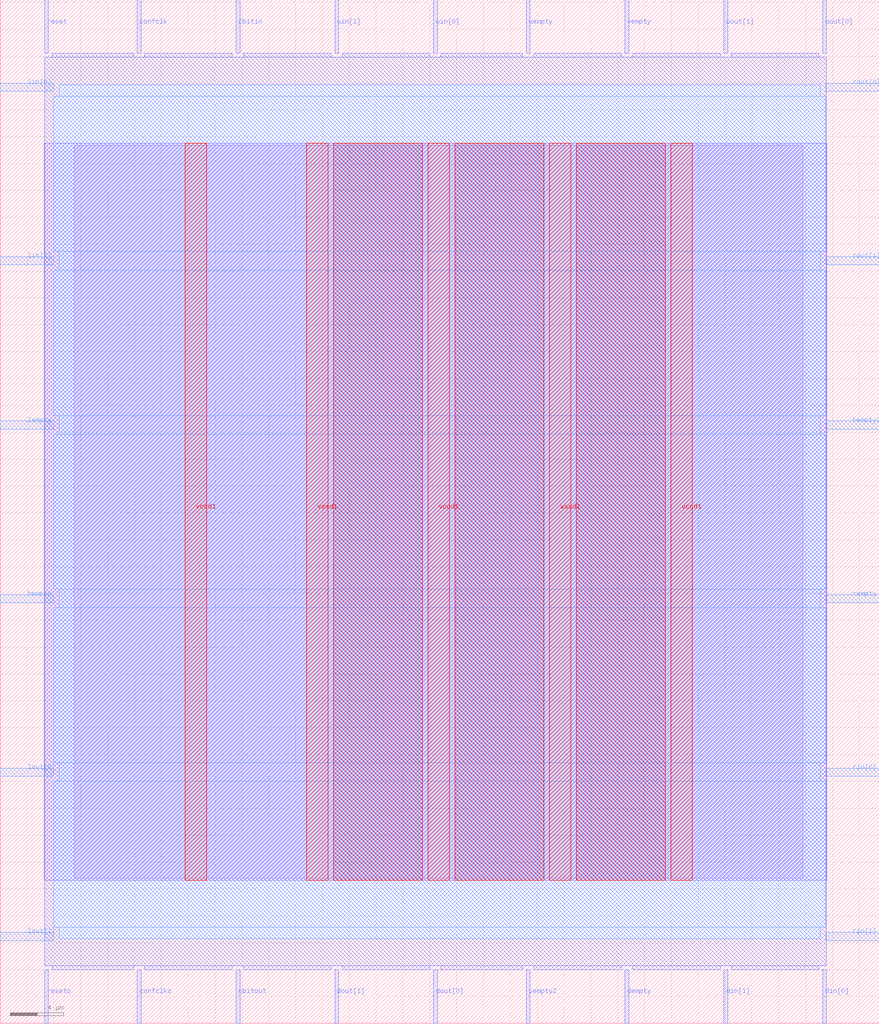
<source format=lef>
VERSION 5.7 ;
  NOWIREEXTENSIONATPIN ON ;
  DIVIDERCHAR "/" ;
  BUSBITCHARS "[]" ;
MACRO ycell
  CLASS BLOCK ;
  FOREIGN ycell ;
  ORIGIN 0.000 0.000 ;
  SIZE 65.480 BY 76.200 ;
  PIN cbitin
    DIRECTION INPUT ;
    USE SIGNAL ;
    PORT
      LAYER met2 ;
        RECT 17.570 72.200 17.850 76.200 ;
    END
  END cbitin
  PIN cbitout
    DIRECTION OUTPUT TRISTATE ;
    USE SIGNAL ;
    PORT
      LAYER met2 ;
        RECT 17.570 0.000 17.850 4.000 ;
    END
  END cbitout
  PIN confclk
    DIRECTION INPUT ;
    USE SIGNAL ;
    PORT
      LAYER met2 ;
        RECT 10.210 72.200 10.490 76.200 ;
    END
  END confclk
  PIN confclko
    DIRECTION OUTPUT TRISTATE ;
    USE SIGNAL ;
    PORT
      LAYER met2 ;
        RECT 10.210 0.000 10.490 4.000 ;
    END
  END confclko
  PIN dempty
    DIRECTION INPUT ;
    USE SIGNAL ;
    PORT
      LAYER met2 ;
        RECT 46.550 0.000 46.830 4.000 ;
    END
  END dempty
  PIN din[0]
    DIRECTION INPUT ;
    USE SIGNAL ;
    PORT
      LAYER met2 ;
        RECT 61.270 0.000 61.550 4.000 ;
    END
  END din[0]
  PIN din[1]
    DIRECTION INPUT ;
    USE SIGNAL ;
    PORT
      LAYER met2 ;
        RECT 53.910 0.000 54.190 4.000 ;
    END
  END din[1]
  PIN dout[0]
    DIRECTION OUTPUT TRISTATE ;
    USE SIGNAL ;
    PORT
      LAYER met2 ;
        RECT 32.290 0.000 32.570 4.000 ;
    END
  END dout[0]
  PIN dout[1]
    DIRECTION OUTPUT TRISTATE ;
    USE SIGNAL ;
    PORT
      LAYER met2 ;
        RECT 24.930 0.000 25.210 4.000 ;
    END
  END dout[1]
  PIN hempty
    DIRECTION OUTPUT TRISTATE ;
    USE SIGNAL ;
    PORT
      LAYER met3 ;
        RECT 0.000 31.320 4.000 31.920 ;
    END
  END hempty
  PIN hempty2
    DIRECTION OUTPUT TRISTATE ;
    USE SIGNAL ;
    PORT
      LAYER met3 ;
        RECT 61.480 44.240 65.480 44.840 ;
    END
  END hempty2
  PIN lempty
    DIRECTION INPUT ;
    USE SIGNAL ;
    PORT
      LAYER met3 ;
        RECT 0.000 44.240 4.000 44.840 ;
    END
  END lempty
  PIN lin[0]
    DIRECTION INPUT ;
    USE SIGNAL ;
    PORT
      LAYER met3 ;
        RECT 0.000 69.400 4.000 70.000 ;
    END
  END lin[0]
  PIN lin[1]
    DIRECTION INPUT ;
    USE SIGNAL ;
    PORT
      LAYER met3 ;
        RECT 0.000 56.480 4.000 57.080 ;
    END
  END lin[1]
  PIN lout[0]
    DIRECTION OUTPUT TRISTATE ;
    USE SIGNAL ;
    PORT
      LAYER met3 ;
        RECT 0.000 18.400 4.000 19.000 ;
    END
  END lout[0]
  PIN lout[1]
    DIRECTION OUTPUT TRISTATE ;
    USE SIGNAL ;
    PORT
      LAYER met3 ;
        RECT 0.000 6.160 4.000 6.760 ;
    END
  END lout[1]
  PIN rempty
    DIRECTION INPUT ;
    USE SIGNAL ;
    PORT
      LAYER met3 ;
        RECT 61.480 31.320 65.480 31.920 ;
    END
  END rempty
  PIN reset
    DIRECTION INPUT ;
    USE SIGNAL ;
    PORT
      LAYER met2 ;
        RECT 3.310 72.200 3.590 76.200 ;
    END
  END reset
  PIN reseto
    DIRECTION OUTPUT TRISTATE ;
    USE SIGNAL ;
    PORT
      LAYER met2 ;
        RECT 3.310 0.000 3.590 4.000 ;
    END
  END reseto
  PIN rin[0]
    DIRECTION INPUT ;
    USE SIGNAL ;
    PORT
      LAYER met3 ;
        RECT 61.480 18.400 65.480 19.000 ;
    END
  END rin[0]
  PIN rin[1]
    DIRECTION INPUT ;
    USE SIGNAL ;
    PORT
      LAYER met3 ;
        RECT 61.480 6.160 65.480 6.760 ;
    END
  END rin[1]
  PIN rout[0]
    DIRECTION OUTPUT TRISTATE ;
    USE SIGNAL ;
    PORT
      LAYER met3 ;
        RECT 61.480 69.400 65.480 70.000 ;
    END
  END rout[0]
  PIN rout[1]
    DIRECTION OUTPUT TRISTATE ;
    USE SIGNAL ;
    PORT
      LAYER met3 ;
        RECT 61.480 56.480 65.480 57.080 ;
    END
  END rout[1]
  PIN uempty
    DIRECTION INPUT ;
    USE SIGNAL ;
    PORT
      LAYER met2 ;
        RECT 39.190 72.200 39.470 76.200 ;
    END
  END uempty
  PIN uin[0]
    DIRECTION INPUT ;
    USE SIGNAL ;
    PORT
      LAYER met2 ;
        RECT 32.290 72.200 32.570 76.200 ;
    END
  END uin[0]
  PIN uin[1]
    DIRECTION INPUT ;
    USE SIGNAL ;
    PORT
      LAYER met2 ;
        RECT 24.930 72.200 25.210 76.200 ;
    END
  END uin[1]
  PIN uout[0]
    DIRECTION OUTPUT TRISTATE ;
    USE SIGNAL ;
    PORT
      LAYER met2 ;
        RECT 61.270 72.200 61.550 76.200 ;
    END
  END uout[0]
  PIN uout[1]
    DIRECTION OUTPUT TRISTATE ;
    USE SIGNAL ;
    PORT
      LAYER met2 ;
        RECT 53.910 72.200 54.190 76.200 ;
    END
  END uout[1]
  PIN vempty
    DIRECTION OUTPUT TRISTATE ;
    USE SIGNAL ;
    PORT
      LAYER met2 ;
        RECT 46.550 72.200 46.830 76.200 ;
    END
  END vempty
  PIN vempty2
    DIRECTION OUTPUT TRISTATE ;
    USE SIGNAL ;
    PORT
      LAYER met2 ;
        RECT 39.190 0.000 39.470 4.000 ;
    END
  END vempty2
  PIN vccd1
    DIRECTION INOUT ;
    USE POWER ;
    PORT
      LAYER met4 ;
        RECT 49.955 10.640 51.555 65.520 ;
    END
  END vccd1
  PIN vccd1
    DIRECTION INOUT ;
    USE POWER ;
    PORT
      LAYER met4 ;
        RECT 31.860 10.640 33.460 65.520 ;
    END
  END vccd1
  PIN vccd1
    DIRECTION INOUT ;
    USE POWER ;
    PORT
      LAYER met4 ;
        RECT 13.765 10.640 15.365 65.520 ;
    END
  END vccd1
  PIN vssd1
    DIRECTION INOUT ;
    USE GROUND ;
    PORT
      LAYER met4 ;
        RECT 40.905 10.640 42.505 65.520 ;
    END
  END vssd1
  PIN vssd1
    DIRECTION INOUT ;
    USE GROUND ;
    PORT
      LAYER met4 ;
        RECT 22.815 10.640 24.415 65.520 ;
    END
  END vssd1
  OBS
      LAYER li1 ;
        RECT 5.520 10.795 59.800 65.365 ;
      LAYER met1 ;
        RECT 3.290 10.640 61.570 65.520 ;
      LAYER met2 ;
        RECT 3.870 71.920 9.930 72.200 ;
        RECT 10.770 71.920 17.290 72.200 ;
        RECT 18.130 71.920 24.650 72.200 ;
        RECT 25.490 71.920 32.010 72.200 ;
        RECT 32.850 71.920 38.910 72.200 ;
        RECT 39.750 71.920 46.270 72.200 ;
        RECT 47.110 71.920 53.630 72.200 ;
        RECT 54.470 71.920 60.990 72.200 ;
        RECT 3.320 4.280 61.540 71.920 ;
        RECT 3.870 4.000 9.930 4.280 ;
        RECT 10.770 4.000 17.290 4.280 ;
        RECT 18.130 4.000 24.650 4.280 ;
        RECT 25.490 4.000 32.010 4.280 ;
        RECT 32.850 4.000 38.910 4.280 ;
        RECT 39.750 4.000 46.270 4.280 ;
        RECT 47.110 4.000 53.630 4.280 ;
        RECT 54.470 4.000 60.990 4.280 ;
      LAYER met3 ;
        RECT 4.400 69.000 61.080 69.865 ;
        RECT 4.000 57.480 61.480 69.000 ;
        RECT 4.400 56.080 61.080 57.480 ;
        RECT 4.000 45.240 61.480 56.080 ;
        RECT 4.400 43.840 61.080 45.240 ;
        RECT 4.000 32.320 61.480 43.840 ;
        RECT 4.400 30.920 61.080 32.320 ;
        RECT 4.000 19.400 61.480 30.920 ;
        RECT 4.400 18.000 61.080 19.400 ;
        RECT 4.000 7.160 61.480 18.000 ;
        RECT 4.400 6.295 61.080 7.160 ;
      LAYER met4 ;
        RECT 24.815 10.640 31.460 65.520 ;
        RECT 33.860 10.640 40.505 65.520 ;
        RECT 42.905 10.640 49.555 65.520 ;
  END
END ycell
END LIBRARY


</source>
